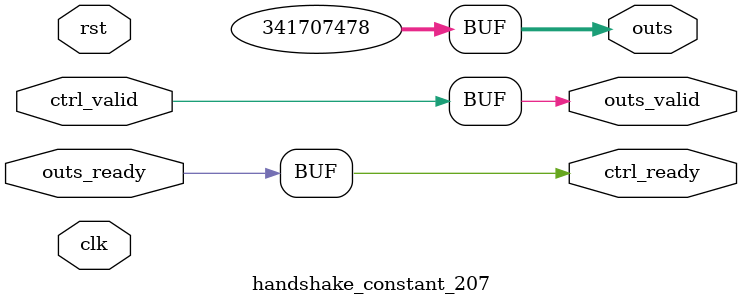
<source format=v>
`timescale 1ns / 1ps
module handshake_constant_207 #(
  parameter DATA_WIDTH = 32  // Default set to 32 bits
) (
  input                       clk,
  input                       rst,
  // Input Channel
  input                       ctrl_valid,
  output                      ctrl_ready,
  // Output Channel
  output [DATA_WIDTH - 1 : 0] outs,
  output                      outs_valid,
  input                       outs_ready
);
  assign outs       = 37'b0111000010100010111100000101011010110;
  assign outs_valid = ctrl_valid;
  assign ctrl_ready = outs_ready;

endmodule

</source>
